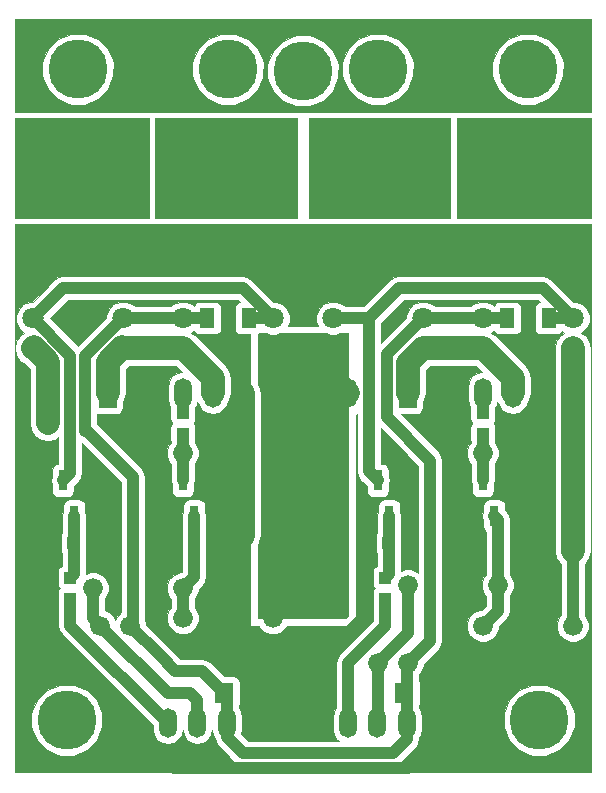
<source format=gbr>
G04 #@! TF.FileFunction,Copper,L2,Bot,Signal*
%FSLAX46Y46*%
G04 Gerber Fmt 4.6, Leading zero omitted, Abs format (unit mm)*
G04 Created by KiCad (PCBNEW 4.0.1-stable) date 2016/05/16 17:08:50*
%MOMM*%
G01*
G04 APERTURE LIST*
%ADD10C,0.100000*%
%ADD11C,2.500000*%
%ADD12C,5.000000*%
%ADD13R,1.300000X1.300000*%
%ADD14C,1.300000*%
%ADD15R,0.800100X1.800860*%
%ADD16R,1.300480X1.699260*%
%ADD17C,1.800000*%
%ADD18R,1.080000X1.050000*%
%ADD19R,1.050000X1.080000*%
%ADD20R,1.600000X1.800000*%
%ADD21O,1.500000X2.500000*%
%ADD22C,1.676400*%
%ADD23O,1.501140X2.499360*%
%ADD24R,1.501140X2.499360*%
%ADD25C,1.000000*%
%ADD26C,2.000000*%
%ADD27C,0.025400*%
G04 APERTURE END LIST*
D10*
D11*
X15240000Y-7493000D03*
X10160000Y-7493000D03*
D12*
X19050000Y127000D03*
X6350000Y127000D03*
D13*
X-2540000Y-40640000D03*
D14*
X-6340000Y-40640000D03*
D13*
X22860000Y-40640000D03*
D14*
X19060000Y-40640000D03*
D15*
X7300000Y-37696140D03*
X5400000Y-37696140D03*
X6350000Y-34693860D03*
D16*
X20800060Y-20955000D03*
X17299940Y-20955000D03*
D17*
X2540000Y-10795000D03*
X10160000Y-10795000D03*
X2540000Y-20955000D03*
X2540000Y-23495000D03*
X10160000Y-20955000D03*
X10160000Y-23495000D03*
X15240000Y-10795000D03*
X22860000Y-10795000D03*
X15240000Y-20955000D03*
X15240000Y-23495000D03*
X22860000Y-20955000D03*
X22860000Y-23495000D03*
D18*
X6985000Y-42940000D03*
X6985000Y-44690000D03*
X-19685000Y-42940000D03*
X-19685000Y-44690000D03*
D19*
X-19445000Y-40005000D03*
X-21195000Y-40005000D03*
D11*
X-10160000Y-7493000D03*
X-15240000Y-7493000D03*
D12*
X-6350000Y127000D03*
X-19050000Y127000D03*
D17*
X-22860000Y-10795000D03*
X-15240000Y-10795000D03*
X-22860000Y-20955000D03*
X-22860000Y-23495000D03*
X-15240000Y-20955000D03*
X-15240000Y-23495000D03*
X-10160000Y-10795000D03*
X-2540000Y-10795000D03*
X-10160000Y-20955000D03*
X-10160000Y-23495000D03*
X-2540000Y-20955000D03*
X-2540000Y-23495000D03*
D16*
X-4599940Y-20955000D03*
X-8100060Y-20955000D03*
D15*
X-19370000Y-37696140D03*
X-21270000Y-37696140D03*
X-20320000Y-34693860D03*
D19*
X7225000Y-40005000D03*
X5475000Y-40005000D03*
D20*
X8560000Y-52705000D03*
X11760000Y-52705000D03*
X-6680000Y-52705000D03*
X-3480000Y-52705000D03*
D21*
X3810000Y-55245000D03*
X6310000Y-55245000D03*
X8810000Y-55245000D03*
X11310000Y-55245000D03*
X-11430000Y-55245000D03*
X-8930000Y-55245000D03*
X-6430000Y-55245000D03*
X-3930000Y-55245000D03*
D15*
X16190000Y-37696140D03*
X14290000Y-37696140D03*
X15240000Y-34693860D03*
X-9210000Y-37696140D03*
X-11110000Y-37696140D03*
X-10160000Y-34693860D03*
D22*
X16510000Y-43561000D03*
X8890000Y-43561000D03*
X-10160000Y-43815000D03*
X-17780000Y-43815000D03*
X15240000Y-46990000D03*
X22860000Y-46990000D03*
X-10160000Y-46355000D03*
X-2540000Y-46355000D03*
X15240000Y-32385000D03*
X22860000Y-32385000D03*
X-10160000Y-32385000D03*
X-2540000Y-32385000D03*
D18*
X15240000Y-28970000D03*
X15240000Y-30720000D03*
X-10160000Y-28970000D03*
X-10160000Y-30720000D03*
D23*
X-7620000Y-27305000D03*
X-5080000Y-27305000D03*
X-10160000Y-27305000D03*
X17780000Y-27305000D03*
X20320000Y-27305000D03*
X15240000Y-27305000D03*
D24*
X-16510000Y-27305000D03*
D23*
X-21590000Y-27305000D03*
D24*
X8890000Y-27305000D03*
D23*
X3810000Y-27305000D03*
D22*
X-17145000Y-46990000D03*
X-14605000Y-46990000D03*
X6350000Y-50165000D03*
X8890000Y-50165000D03*
D12*
X20000000Y-55000000D03*
X-20000000Y-55000000D03*
X0Y0D03*
D17*
X20320000Y-34925000D03*
X-5080000Y-34925000D03*
X-21590000Y-29845000D03*
X-2540000Y-29845000D03*
X22860000Y-29845000D03*
X2540000Y-29845000D03*
D25*
X8560000Y-52705000D02*
X8810000Y-52955000D01*
X8810000Y-52955000D02*
X8810000Y-55245000D01*
X-8585000Y-50800000D02*
X-6430000Y-52955000D01*
X-6430000Y-52955000D02*
X-6430000Y-55245000D01*
X8890000Y-50165000D02*
X10795000Y-48260000D01*
X-6430000Y-55245000D02*
X-6350000Y-55165000D01*
X8810000Y-55245000D02*
X8810000Y-50245000D01*
X8810000Y-50245000D02*
X8890000Y-50165000D01*
X7112000Y-24003000D02*
X7112000Y-29337000D01*
X10160000Y-20955000D02*
X7112000Y-24003000D01*
X-6430000Y-55245000D02*
X-6430000Y-56435000D01*
X-6430000Y-56435000D02*
X-5080000Y-57785000D01*
X8810000Y-56595000D02*
X8810000Y-55245000D01*
X7620000Y-57785000D02*
X8810000Y-56595000D01*
X-5080000Y-57785000D02*
X7620000Y-57785000D01*
X-15240000Y-20955000D02*
X-18415000Y-24130000D01*
X-8100060Y-20955000D02*
X-10160000Y-20955000D01*
X-15240000Y-20955000D02*
X-10160000Y-20955000D01*
X15240000Y-20955000D02*
X17299940Y-20955000D01*
X10160000Y-20955000D02*
X15240000Y-20955000D01*
X-12382500Y-49212500D02*
X-11430000Y-50165000D01*
X-18415000Y-30353000D02*
X-14351000Y-34417000D01*
X-14351000Y-47244000D02*
X-12382500Y-49212500D01*
X-12382500Y-49212500D02*
X-10795000Y-50800000D01*
X-14351000Y-34417000D02*
X-14351000Y-42037000D01*
X-14351000Y-42037000D02*
X-14351000Y-47244000D01*
X-10795000Y-50800000D02*
X-8585000Y-50800000D01*
X10795000Y-48260000D02*
X10795000Y-44577000D01*
X7112000Y-29337000D02*
X10795000Y-33020000D01*
X-18415000Y-24130000D02*
X-18415000Y-30353000D01*
X-18415000Y-30353000D02*
X-18415000Y-30353000D01*
X-18415000Y-30353000D02*
X-18415000Y-30480000D01*
X10795000Y-44577000D02*
X10795000Y-33020000D01*
X5080000Y-46355000D02*
X5080000Y-38016140D01*
X5080000Y-38016140D02*
X5400000Y-37696140D01*
X-6350000Y-49530000D02*
X-6350000Y-49835000D01*
X-6350000Y-49835000D02*
X-6350000Y-49530000D01*
X-6340000Y-49845000D02*
X-6350000Y-49835000D01*
X-6340000Y-40640000D02*
X-6340000Y-49845000D01*
X-6350000Y-49835000D02*
X-3480000Y-52705000D01*
X-11110000Y-37696140D02*
X-12700000Y-39286140D01*
X-12700000Y-39286140D02*
X-12700000Y-46355000D01*
X-12700000Y-46355000D02*
X-10160000Y-48895000D01*
X-10160000Y-48895000D02*
X-7290000Y-48895000D01*
X-7290000Y-48895000D02*
X-6350000Y-49835000D01*
X-21195000Y-40005000D02*
X-21590000Y-40400000D01*
X-21590000Y-40400000D02*
X-21590000Y-48395000D01*
X11310000Y-56635000D02*
X11310000Y-55245000D01*
X8890000Y-59055000D02*
X11310000Y-56635000D01*
X-10930000Y-59055000D02*
X8890000Y-59055000D01*
X-21590000Y-48395000D02*
X-10930000Y-59055000D01*
X19060000Y-40640000D02*
X19060000Y-48885000D01*
X15240000Y-52705000D02*
X11760000Y-52705000D01*
X19060000Y-48885000D02*
X15240000Y-52705000D01*
X14290000Y-37696140D02*
X12700000Y-39286140D01*
X12700000Y-39286140D02*
X12700000Y-51765000D01*
X12700000Y-51765000D02*
X11760000Y-52705000D01*
X-1270000Y-52705000D02*
X-3480000Y-52705000D01*
X5080000Y-46355000D02*
X-1270000Y-52705000D01*
X-3930000Y-55245000D02*
X-3930000Y-53155000D01*
X-3930000Y-53155000D02*
X-3480000Y-52705000D01*
X11310000Y-55245000D02*
X11310000Y-53155000D01*
X11310000Y-53155000D02*
X11760000Y-52705000D01*
X5400000Y-39930000D02*
X5475000Y-40005000D01*
X-21270000Y-37696140D02*
X-21270000Y-39930000D01*
X-21270000Y-39930000D02*
X-21195000Y-40005000D01*
X19050000Y-40650000D02*
X19060000Y-40640000D01*
X-6350000Y-40650000D02*
X-6340000Y-40640000D01*
D26*
X19060000Y-40640000D02*
X20320000Y-39380000D01*
X20320000Y-39380000D02*
X20320000Y-34925000D01*
X-6340000Y-40640000D02*
X-5080000Y-39380000D01*
X-5080000Y-39380000D02*
X-5080000Y-34925000D01*
D25*
X20320000Y-29845000D02*
X20066000Y-29845000D01*
X20066000Y-29845000D02*
X20320000Y-29845000D01*
D26*
X20320000Y-27305000D02*
X20320000Y-29845000D01*
X20320000Y-29845000D02*
X20320000Y-34925000D01*
D25*
X-5080000Y-29845000D02*
X-4572000Y-29845000D01*
X-4572000Y-29845000D02*
X-5080000Y-29845000D01*
D26*
X-5080000Y-34925000D02*
X-5080000Y-29845000D01*
X-5080000Y-29845000D02*
X-5080000Y-27305000D01*
X-22792083Y-23427083D02*
X-22860000Y-23495000D01*
X-21590000Y-24629166D02*
X-22792083Y-23427083D01*
X-21590000Y-27305000D02*
X-21590000Y-24629166D01*
X-21590000Y-27305000D02*
X-21590000Y-29845000D01*
X-2540000Y-29845000D02*
X-2540000Y-32385000D01*
X0Y-29845000D02*
X-2540000Y-29845000D01*
X-2540000Y-29845000D02*
X-2540000Y-29845000D01*
D25*
X22860000Y-46990000D02*
X22860000Y-40640000D01*
X-2540000Y-46355000D02*
X-2540000Y-40640000D01*
D26*
X-2540000Y-40640000D02*
X-2540000Y-32385000D01*
X0Y-29845000D02*
X2540000Y-29845000D01*
X22860000Y-40640000D02*
X22860000Y-32385000D01*
X22860000Y-23495000D02*
X22860000Y-29845000D01*
X22860000Y-29845000D02*
X22860000Y-32385000D01*
X2540000Y-29845000D02*
X2540000Y-26035000D01*
X-2540000Y-23495000D02*
X2540000Y-23495000D01*
X2540000Y-26035000D02*
X3810000Y-27305000D01*
X2540000Y-23495000D02*
X2540000Y-26035000D01*
D25*
X6985000Y-44690000D02*
X6985000Y-46990000D01*
X3810000Y-50165000D02*
X3810000Y-55245000D01*
X6985000Y-46990000D02*
X3810000Y-50165000D01*
D26*
X15240000Y-10795000D02*
X15240000Y-7493000D01*
X15240000Y-10795000D02*
X22860000Y-10795000D01*
X10160000Y-7493000D02*
X10160000Y-10795000D01*
X2540000Y-10795000D02*
X10160000Y-10795000D01*
D25*
X7300000Y-37696140D02*
X7300000Y-42625000D01*
X7300000Y-42625000D02*
X6985000Y-42940000D01*
X7300000Y-37696140D02*
X7300000Y-39930000D01*
X7300000Y-39930000D02*
X7225000Y-40005000D01*
X-19370000Y-37696140D02*
X-19370000Y-42625000D01*
X-19370000Y-42625000D02*
X-19685000Y-42940000D01*
X-19370000Y-37696140D02*
X-19370000Y-39930000D01*
X-19370000Y-39930000D02*
X-19445000Y-40005000D01*
X5588000Y-30353000D02*
X5588000Y-33931860D01*
X5588000Y-20955000D02*
X5588000Y-30353000D01*
X5588000Y-33931860D02*
X6350000Y-34693860D01*
X5715000Y-20828000D02*
X5588000Y-20955000D01*
X5715000Y-20828000D02*
X8128000Y-18415000D01*
X2540000Y-20955000D02*
X5588000Y-20955000D01*
X20800060Y-20955000D02*
X22860000Y-20955000D01*
X20320000Y-18415000D02*
X22860000Y-20955000D01*
X8128000Y-18415000D02*
X20320000Y-18415000D01*
X-19685000Y-34058860D02*
X-20320000Y-34693860D01*
X-19685000Y-30480000D02*
X-19685000Y-34058860D01*
X-19685000Y-24130000D02*
X-19685000Y-30480000D01*
X-22860000Y-20955000D02*
X-19685000Y-24130000D01*
X-2540000Y-20955000D02*
X-5080000Y-18415000D01*
X-20320000Y-18415000D02*
X-22860000Y-20955000D01*
X-5080000Y-18415000D02*
X-20320000Y-18415000D01*
X-4599940Y-20955000D02*
X-2540000Y-20955000D01*
D26*
X8890000Y-27305000D02*
X8890000Y-24765000D01*
X8890000Y-24765000D02*
X10160000Y-23495000D01*
X15240000Y-23495000D02*
X17780000Y-26035000D01*
X17780000Y-26035000D02*
X17780000Y-27305000D01*
X10160000Y-23495000D02*
X12700000Y-23495000D01*
X12700000Y-23495000D02*
X15240000Y-23495000D01*
X-16510000Y-27305000D02*
X-16510000Y-24629166D01*
X-16510000Y-24629166D02*
X-15307917Y-23427083D01*
X-15307917Y-23427083D02*
X-15240000Y-23495000D01*
X-10160000Y-23495000D02*
X-7620000Y-26035000D01*
X-7620000Y-26035000D02*
X-7620000Y-27305000D01*
X-15240000Y-23495000D02*
X-10160000Y-23495000D01*
D25*
X-19685000Y-44690000D02*
X-19685000Y-46990000D01*
X-19685000Y-46990000D02*
X-11430000Y-55245000D01*
D26*
X-10160000Y-10795000D02*
X-10160000Y-7493000D01*
X-10160000Y-10795000D02*
X-2540000Y-10795000D01*
X-15240000Y-10795000D02*
X-15240000Y-7493000D01*
X-22860000Y-10795000D02*
X-15240000Y-10795000D01*
D25*
X15240000Y-28970000D02*
X15240000Y-27305000D01*
X-10160000Y-28970000D02*
X-10160000Y-27305000D01*
X-17145000Y-46990000D02*
X-11430000Y-52705000D01*
X-8930000Y-53300000D02*
X-8930000Y-55245000D01*
X-9525000Y-52705000D02*
X-8930000Y-53300000D01*
X-11430000Y-52705000D02*
X-9525000Y-52705000D01*
X-17780000Y-43815000D02*
X-17780000Y-46355000D01*
X-17780000Y-46355000D02*
X-17145000Y-46990000D01*
X-8930000Y-55245000D02*
X-8890000Y-55205000D01*
X6350000Y-50165000D02*
X8890000Y-47625000D01*
X8890000Y-47625000D02*
X8890000Y-43561000D01*
X6310000Y-55245000D02*
X6350000Y-55205000D01*
X6350000Y-55205000D02*
X6350000Y-50165000D01*
X16510000Y-43561000D02*
X16510000Y-45720000D01*
X16510000Y-45720000D02*
X15240000Y-46990000D01*
X16190000Y-37696140D02*
X16510000Y-38016140D01*
X16510000Y-38016140D02*
X16510000Y-43561000D01*
X15240000Y-34693860D02*
X15240000Y-32385000D01*
X15240000Y-32385000D02*
X15240000Y-30720000D01*
X-10160000Y-43815000D02*
X-9210000Y-42865000D01*
X-9210000Y-42865000D02*
X-9210000Y-37696140D01*
X-10160000Y-46355000D02*
X-10160000Y-43815000D01*
X-10160000Y-34693860D02*
X-10160000Y-32385000D01*
X-10160000Y-30720000D02*
X-10160000Y-32385000D01*
D27*
G36*
X-13012700Y-12487300D02*
X-24412300Y-12487300D01*
X-24412300Y-4012700D01*
X-13012700Y-4012700D01*
X-13012700Y-12487300D01*
X-13012700Y-12487300D01*
G37*
X-13012700Y-12487300D02*
X-24412300Y-12487300D01*
X-24412300Y-4012700D01*
X-13012700Y-4012700D01*
X-13012700Y-12487300D01*
G36*
X-512700Y-12487300D02*
X-12487300Y-12487300D01*
X-12487300Y-4012700D01*
X-512700Y-4012700D01*
X-512700Y-12487300D01*
X-512700Y-12487300D01*
G37*
X-512700Y-12487300D02*
X-12487300Y-12487300D01*
X-12487300Y-4012700D01*
X-512700Y-4012700D01*
X-512700Y-12487300D01*
G36*
X12487300Y-12487300D02*
X512700Y-12487300D01*
X512700Y-4012700D01*
X12487300Y-4012700D01*
X12487300Y-12487300D01*
X12487300Y-12487300D01*
G37*
X12487300Y-12487300D02*
X512700Y-12487300D01*
X512700Y-4012700D01*
X12487300Y-4012700D01*
X12487300Y-12487300D01*
G36*
X24412300Y-12487300D02*
X13012700Y-12487300D01*
X13012700Y-4012700D01*
X24412300Y-4012700D01*
X24412300Y-12487300D01*
X24412300Y-12487300D01*
G37*
X24412300Y-12487300D02*
X13012700Y-12487300D01*
X13012700Y-4012700D01*
X24412300Y-4012700D01*
X24412300Y-12487300D01*
G36*
X-2822236Y-22367454D02*
X-2260230Y-22367944D01*
X-1945014Y-22237700D01*
X1945282Y-22237700D01*
X2257764Y-22367454D01*
X2819770Y-22367944D01*
X3134986Y-22237700D01*
X3797300Y-22237700D01*
X3797300Y-46205526D01*
X3660526Y-46342300D01*
X-3797300Y-46342300D01*
X-3797300Y-40130775D01*
X-3682447Y-39958886D01*
X-3605165Y-39570360D01*
X-3567300Y-39380000D01*
X-3567300Y-29885219D01*
X-3559300Y-29845000D01*
X-3567300Y-29804781D01*
X-3567300Y-27305000D01*
X-3682447Y-26726115D01*
X-3797300Y-26554226D01*
X-3797300Y-22298698D01*
X-3759705Y-22291624D01*
X-3675905Y-22237700D01*
X-3134718Y-22237700D01*
X-2822236Y-22367454D01*
X-2822236Y-22367454D01*
G37*
X-2822236Y-22367454D02*
X-2260230Y-22367944D01*
X-1945014Y-22237700D01*
X1945282Y-22237700D01*
X2257764Y-22367454D01*
X2819770Y-22367944D01*
X3134986Y-22237700D01*
X3797300Y-22237700D01*
X3797300Y-46205526D01*
X3660526Y-46342300D01*
X-3797300Y-46342300D01*
X-3797300Y-40130775D01*
X-3682447Y-39958886D01*
X-3605165Y-39570360D01*
X-3567300Y-39380000D01*
X-3567300Y-29885219D01*
X-3559300Y-29845000D01*
X-3567300Y-29804781D01*
X-3567300Y-27305000D01*
X-3682447Y-26726115D01*
X-3797300Y-26554226D01*
X-3797300Y-22298698D01*
X-3759705Y-22291624D01*
X-3675905Y-22237700D01*
X-3134718Y-22237700D01*
X-2822236Y-22367454D01*
G36*
X24412300Y-3487300D02*
X-24412300Y-3487300D01*
X-24412300Y-469634D01*
X-22063222Y-469634D01*
X-21605532Y-1577328D01*
X-20758785Y-2425553D01*
X-19651892Y-2885176D01*
X-18453366Y-2886222D01*
X-17345672Y-2428532D01*
X-16497447Y-1581785D01*
X-16037824Y-474892D01*
X-16037820Y-469634D01*
X-9363222Y-469634D01*
X-8905532Y-1577328D01*
X-8058785Y-2425553D01*
X-6951892Y-2885176D01*
X-5753366Y-2886222D01*
X-4645672Y-2428532D01*
X-3797447Y-1581785D01*
X-3388376Y-596634D01*
X-3013222Y-596634D01*
X-2555532Y-1704328D01*
X-1708785Y-2552553D01*
X-601892Y-3012176D01*
X596634Y-3013222D01*
X1704328Y-2555532D01*
X2552553Y-1708785D01*
X3012176Y-601892D01*
X3012291Y-469634D01*
X3336778Y-469634D01*
X3794468Y-1577328D01*
X4641215Y-2425553D01*
X5748108Y-2885176D01*
X6946634Y-2886222D01*
X8054328Y-2428532D01*
X8902553Y-1581785D01*
X9362176Y-474892D01*
X9362180Y-469634D01*
X16036778Y-469634D01*
X16494468Y-1577328D01*
X17341215Y-2425553D01*
X18448108Y-2885176D01*
X19646634Y-2886222D01*
X20754328Y-2428532D01*
X21602553Y-1581785D01*
X22062176Y-474892D01*
X22063222Y723634D01*
X21605532Y1831328D01*
X20758785Y2679553D01*
X19651892Y3139176D01*
X18453366Y3140222D01*
X17345672Y2682532D01*
X16497447Y1835785D01*
X16037824Y728892D01*
X16036778Y-469634D01*
X9362180Y-469634D01*
X9363222Y723634D01*
X8905532Y1831328D01*
X8058785Y2679553D01*
X6951892Y3139176D01*
X5753366Y3140222D01*
X4645672Y2682532D01*
X3797447Y1835785D01*
X3337824Y728892D01*
X3336778Y-469634D01*
X3012291Y-469634D01*
X3013222Y596634D01*
X2555532Y1704328D01*
X1708785Y2552553D01*
X601892Y3012176D01*
X-596634Y3013222D01*
X-1704328Y2555532D01*
X-2552553Y1708785D01*
X-3012176Y601892D01*
X-3013222Y-596634D01*
X-3388376Y-596634D01*
X-3337824Y-474892D01*
X-3336778Y723634D01*
X-3794468Y1831328D01*
X-4641215Y2679553D01*
X-5748108Y3139176D01*
X-6946634Y3140222D01*
X-8054328Y2682532D01*
X-8902553Y1835785D01*
X-9362176Y728892D01*
X-9363222Y-469634D01*
X-16037820Y-469634D01*
X-16036778Y723634D01*
X-16494468Y1831328D01*
X-17341215Y2679553D01*
X-18448108Y3139176D01*
X-19646634Y3140222D01*
X-20754328Y2682532D01*
X-21602553Y1835785D01*
X-22062176Y728892D01*
X-22063222Y-469634D01*
X-24412300Y-469634D01*
X-24412300Y4412300D01*
X24412300Y4412300D01*
X24412300Y-3487300D01*
X24412300Y-3487300D01*
G37*
X24412300Y-3487300D02*
X-24412300Y-3487300D01*
X-24412300Y-469634D01*
X-22063222Y-469634D01*
X-21605532Y-1577328D01*
X-20758785Y-2425553D01*
X-19651892Y-2885176D01*
X-18453366Y-2886222D01*
X-17345672Y-2428532D01*
X-16497447Y-1581785D01*
X-16037824Y-474892D01*
X-16037820Y-469634D01*
X-9363222Y-469634D01*
X-8905532Y-1577328D01*
X-8058785Y-2425553D01*
X-6951892Y-2885176D01*
X-5753366Y-2886222D01*
X-4645672Y-2428532D01*
X-3797447Y-1581785D01*
X-3388376Y-596634D01*
X-3013222Y-596634D01*
X-2555532Y-1704328D01*
X-1708785Y-2552553D01*
X-601892Y-3012176D01*
X596634Y-3013222D01*
X1704328Y-2555532D01*
X2552553Y-1708785D01*
X3012176Y-601892D01*
X3012291Y-469634D01*
X3336778Y-469634D01*
X3794468Y-1577328D01*
X4641215Y-2425553D01*
X5748108Y-2885176D01*
X6946634Y-2886222D01*
X8054328Y-2428532D01*
X8902553Y-1581785D01*
X9362176Y-474892D01*
X9362180Y-469634D01*
X16036778Y-469634D01*
X16494468Y-1577328D01*
X17341215Y-2425553D01*
X18448108Y-2885176D01*
X19646634Y-2886222D01*
X20754328Y-2428532D01*
X21602553Y-1581785D01*
X22062176Y-474892D01*
X22063222Y723634D01*
X21605532Y1831328D01*
X20758785Y2679553D01*
X19651892Y3139176D01*
X18453366Y3140222D01*
X17345672Y2682532D01*
X16497447Y1835785D01*
X16037824Y728892D01*
X16036778Y-469634D01*
X9362180Y-469634D01*
X9363222Y723634D01*
X8905532Y1831328D01*
X8058785Y2679553D01*
X6951892Y3139176D01*
X5753366Y3140222D01*
X4645672Y2682532D01*
X3797447Y1835785D01*
X3337824Y728892D01*
X3336778Y-469634D01*
X3012291Y-469634D01*
X3013222Y596634D01*
X2555532Y1704328D01*
X1708785Y2552553D01*
X601892Y3012176D01*
X-596634Y3013222D01*
X-1704328Y2555532D01*
X-2552553Y1708785D01*
X-3012176Y601892D01*
X-3013222Y-596634D01*
X-3388376Y-596634D01*
X-3337824Y-474892D01*
X-3336778Y723634D01*
X-3794468Y1831328D01*
X-4641215Y2679553D01*
X-5748108Y3139176D01*
X-6946634Y3140222D01*
X-8054328Y2682532D01*
X-8902553Y1835785D01*
X-9362176Y728892D01*
X-9363222Y-469634D01*
X-16037820Y-469634D01*
X-16036778Y723634D01*
X-16494468Y1831328D01*
X-17341215Y2679553D01*
X-18448108Y3139176D01*
X-19646634Y3140222D01*
X-20754328Y2682532D01*
X-21602553Y1835785D01*
X-22062176Y728892D01*
X-22063222Y-469634D01*
X-24412300Y-469634D01*
X-24412300Y4412300D01*
X24412300Y4412300D01*
X24412300Y-3487300D01*
G36*
X24412300Y-59412300D02*
X-24412300Y-59412300D01*
X-24412300Y-55596634D01*
X-23013222Y-55596634D01*
X-22555532Y-56704328D01*
X-21708785Y-57552553D01*
X-20601892Y-58012176D01*
X-19403366Y-58013222D01*
X-18295672Y-57555532D01*
X-17447447Y-56708785D01*
X-16987824Y-55601892D01*
X-16986778Y-54403366D01*
X-17444468Y-53295672D01*
X-18291215Y-52447447D01*
X-19398108Y-51987824D01*
X-20596634Y-51986778D01*
X-21704328Y-52444468D01*
X-22552553Y-53291215D01*
X-23012176Y-54398108D01*
X-23013222Y-55596634D01*
X-24412300Y-55596634D01*
X-24412300Y-23495000D01*
X-24372699Y-23495000D01*
X-24257553Y-24073886D01*
X-23929640Y-24564640D01*
X-23520277Y-24838169D01*
X-23102700Y-25255746D01*
X-23102700Y-29845000D01*
X-22987553Y-30423885D01*
X-22659640Y-30914640D01*
X-22168885Y-31242553D01*
X-21590000Y-31357700D01*
X-21011115Y-31242553D01*
X-20697700Y-31033135D01*
X-20697700Y-33270686D01*
X-20720050Y-33270686D01*
X-20910045Y-33306436D01*
X-21084544Y-33418723D01*
X-21201609Y-33590053D01*
X-21242794Y-33793430D01*
X-21242794Y-34287132D01*
X-21255613Y-34306317D01*
X-21332700Y-34693860D01*
X-21255613Y-35081403D01*
X-21242794Y-35100588D01*
X-21242794Y-35594290D01*
X-21207044Y-35784285D01*
X-21094757Y-35958784D01*
X-20923427Y-36075849D01*
X-20720050Y-36117034D01*
X-19919950Y-36117034D01*
X-19729955Y-36081284D01*
X-19555456Y-35968997D01*
X-19438391Y-35797667D01*
X-19397206Y-35594290D01*
X-19397206Y-35203240D01*
X-18968913Y-34774947D01*
X-18749386Y-34446403D01*
X-18672300Y-34058860D01*
X-18672300Y-31527874D01*
X-15363700Y-34836474D01*
X-15363700Y-45841813D01*
X-15369224Y-45844095D01*
X-15749570Y-46223777D01*
X-15875054Y-46525977D01*
X-15999095Y-46225776D01*
X-16378777Y-45845430D01*
X-16767300Y-45684102D01*
X-16767300Y-44712863D01*
X-16635430Y-44581223D01*
X-16429335Y-44084890D01*
X-16428866Y-43547468D01*
X-16634095Y-43050776D01*
X-17013777Y-42670430D01*
X-17510110Y-42464335D01*
X-18047532Y-42463866D01*
X-18357300Y-42591860D01*
X-18357300Y-37696140D01*
X-18434387Y-37308596D01*
X-18447206Y-37289411D01*
X-18447206Y-36795710D01*
X-18482956Y-36605715D01*
X-18595243Y-36431216D01*
X-18766573Y-36314151D01*
X-18969950Y-36272966D01*
X-19770050Y-36272966D01*
X-19960045Y-36308716D01*
X-20134544Y-36421003D01*
X-20251609Y-36592333D01*
X-20292794Y-36795710D01*
X-20292794Y-37289411D01*
X-20305613Y-37308596D01*
X-20382700Y-37696140D01*
X-20382700Y-39160845D01*
X-20451559Y-39261623D01*
X-20492744Y-39465000D01*
X-20492744Y-40545000D01*
X-20456994Y-40734995D01*
X-20382700Y-40850451D01*
X-20382700Y-41921929D01*
X-20414995Y-41928006D01*
X-20589494Y-42040293D01*
X-20706559Y-42211623D01*
X-20747744Y-42415000D01*
X-20747744Y-43465000D01*
X-20711994Y-43654995D01*
X-20607744Y-43817003D01*
X-20706559Y-43961623D01*
X-20747744Y-44165000D01*
X-20747744Y-45215000D01*
X-20711994Y-45404995D01*
X-20697700Y-45427209D01*
X-20697700Y-46990000D01*
X-20620613Y-47377544D01*
X-20509448Y-47543913D01*
X-20401087Y-47706087D01*
X-12692700Y-55414474D01*
X-12692700Y-55779533D01*
X-12596583Y-56262747D01*
X-12322864Y-56672397D01*
X-11913214Y-56946116D01*
X-11430000Y-57042233D01*
X-10946786Y-56946116D01*
X-10537136Y-56672397D01*
X-10263417Y-56262747D01*
X-10180000Y-55843380D01*
X-10096583Y-56262747D01*
X-9822864Y-56672397D01*
X-9413214Y-56946116D01*
X-8930000Y-57042233D01*
X-8446786Y-56946116D01*
X-8037136Y-56672397D01*
X-7763417Y-56262747D01*
X-7680000Y-55843380D01*
X-7596583Y-56262747D01*
X-7426259Y-56517655D01*
X-7365613Y-56822544D01*
X-7258704Y-56982544D01*
X-7146087Y-57151087D01*
X-5796087Y-58501087D01*
X-5467544Y-58720613D01*
X-5080000Y-58797700D01*
X7620000Y-58797700D01*
X8007544Y-58720613D01*
X8336087Y-58501087D01*
X9526087Y-57311087D01*
X9632996Y-57151087D01*
X9745613Y-56982544D01*
X9822700Y-56595000D01*
X9822700Y-56493050D01*
X9976583Y-56262747D01*
X10072700Y-55779533D01*
X10072700Y-55596634D01*
X16986778Y-55596634D01*
X17444468Y-56704328D01*
X18291215Y-57552553D01*
X19398108Y-58012176D01*
X20596634Y-58013222D01*
X21704328Y-57555532D01*
X22552553Y-56708785D01*
X23012176Y-55601892D01*
X23013222Y-54403366D01*
X22555532Y-53295672D01*
X21708785Y-52447447D01*
X20601892Y-51987824D01*
X19403366Y-51986778D01*
X18295672Y-52444468D01*
X17447447Y-53291215D01*
X16987824Y-54398108D01*
X16986778Y-55596634D01*
X10072700Y-55596634D01*
X10072700Y-54710467D01*
X9976583Y-54227253D01*
X9822700Y-53996950D01*
X9822700Y-53835978D01*
X9841559Y-53808377D01*
X9882744Y-53605000D01*
X9882744Y-51805000D01*
X9846994Y-51615005D01*
X9822700Y-51577251D01*
X9822700Y-51142723D01*
X10034570Y-50931223D01*
X10240665Y-50434890D01*
X10240830Y-50246344D01*
X11511087Y-48976087D01*
X11612069Y-48824957D01*
X11730613Y-48647544D01*
X11807700Y-48260000D01*
X11807700Y-47257532D01*
X13888866Y-47257532D01*
X14094095Y-47754224D01*
X14473777Y-48134570D01*
X14970110Y-48340665D01*
X15507532Y-48341134D01*
X16004224Y-48135905D01*
X16384570Y-47756223D01*
X16590665Y-47259890D01*
X16590830Y-47071344D01*
X17226087Y-46436087D01*
X17280268Y-46355000D01*
X17445613Y-46107544D01*
X17522700Y-45720000D01*
X17522700Y-44458863D01*
X17654570Y-44327223D01*
X17860665Y-43830890D01*
X17861134Y-43293468D01*
X17655905Y-42796776D01*
X17522700Y-42663338D01*
X17522700Y-38016140D01*
X17445613Y-37628596D01*
X17226087Y-37300053D01*
X17112794Y-37186760D01*
X17112794Y-36795710D01*
X17077044Y-36605715D01*
X16964757Y-36431216D01*
X16793427Y-36314151D01*
X16590050Y-36272966D01*
X15789950Y-36272966D01*
X15599955Y-36308716D01*
X15425456Y-36421003D01*
X15308391Y-36592333D01*
X15267206Y-36795710D01*
X15267206Y-37289412D01*
X15254387Y-37308597D01*
X15177300Y-37696140D01*
X15254387Y-38083683D01*
X15267206Y-38102868D01*
X15267206Y-38596570D01*
X15302956Y-38786565D01*
X15415243Y-38961064D01*
X15497300Y-39017131D01*
X15497300Y-42663137D01*
X15365430Y-42794777D01*
X15159335Y-43291110D01*
X15158866Y-43828532D01*
X15364095Y-44325224D01*
X15497300Y-44458662D01*
X15497300Y-45300526D01*
X15158797Y-45639029D01*
X14972468Y-45638866D01*
X14475776Y-45844095D01*
X14095430Y-46223777D01*
X13889335Y-46720110D01*
X13888866Y-47257532D01*
X11807700Y-47257532D01*
X11807700Y-33020000D01*
X11787642Y-32919160D01*
X11730614Y-32632457D01*
X11511087Y-32303913D01*
X8284598Y-29077424D01*
X9640570Y-29077424D01*
X9830565Y-29041674D01*
X10005064Y-28929387D01*
X10122129Y-28758057D01*
X10163314Y-28554680D01*
X10163314Y-28069821D01*
X10287553Y-27883885D01*
X10402700Y-27305000D01*
X10402700Y-25391580D01*
X10786581Y-25007700D01*
X14613420Y-25007700D01*
X15134749Y-25529029D01*
X14756568Y-25604254D01*
X14346733Y-25878096D01*
X14072891Y-26287931D01*
X13976730Y-26771363D01*
X13976730Y-27838637D01*
X14072891Y-28322069D01*
X14177256Y-28478263D01*
X14177256Y-29495000D01*
X14213006Y-29684995D01*
X14317256Y-29847003D01*
X14218441Y-29991623D01*
X14177256Y-30195000D01*
X14177256Y-31245000D01*
X14213006Y-31434995D01*
X14227300Y-31457209D01*
X14227300Y-31487137D01*
X14095430Y-31618777D01*
X13889335Y-32115110D01*
X13888866Y-32652532D01*
X14094095Y-33149224D01*
X14227300Y-33282662D01*
X14227300Y-34693860D01*
X14304387Y-35081404D01*
X14317206Y-35100589D01*
X14317206Y-35594290D01*
X14352956Y-35784285D01*
X14465243Y-35958784D01*
X14636573Y-36075849D01*
X14839950Y-36117034D01*
X15640050Y-36117034D01*
X15830045Y-36081284D01*
X16004544Y-35968997D01*
X16121609Y-35797667D01*
X16162794Y-35594290D01*
X16162794Y-35100589D01*
X16175613Y-35081404D01*
X16252700Y-34693860D01*
X16252700Y-33282863D01*
X16384570Y-33151223D01*
X16590665Y-32654890D01*
X16591134Y-32117468D01*
X16385905Y-31620776D01*
X16252700Y-31487338D01*
X16252700Y-31461343D01*
X16261559Y-31448377D01*
X16302744Y-31245000D01*
X16302744Y-30195000D01*
X16266994Y-30005005D01*
X16162744Y-29842997D01*
X16261559Y-29698377D01*
X16302744Y-29495000D01*
X16302744Y-28478263D01*
X16407109Y-28322069D01*
X16468617Y-28012847D01*
X16586465Y-28189219D01*
X16612891Y-28322069D01*
X16886733Y-28731904D01*
X17296568Y-29005746D01*
X17780000Y-29101907D01*
X18263432Y-29005746D01*
X18673267Y-28731904D01*
X18947109Y-28322069D01*
X18973535Y-28189219D01*
X19177553Y-27883885D01*
X19292700Y-27305000D01*
X19292700Y-26035000D01*
X19177553Y-25456115D01*
X18968135Y-25142700D01*
X18849640Y-24965359D01*
X16309640Y-22425360D01*
X15954737Y-22188220D01*
X16039185Y-22153327D01*
X16176574Y-22016177D01*
X16274993Y-22169124D01*
X16446323Y-22286189D01*
X16649700Y-22327374D01*
X17950180Y-22327374D01*
X18140175Y-22291624D01*
X18314674Y-22179337D01*
X18431739Y-22008007D01*
X18472924Y-21804630D01*
X18472924Y-20105370D01*
X18437174Y-19915375D01*
X18324887Y-19740876D01*
X18153557Y-19623811D01*
X17950180Y-19582626D01*
X16649700Y-19582626D01*
X16459705Y-19618376D01*
X16285206Y-19730663D01*
X16174970Y-19891998D01*
X16041275Y-19758070D01*
X15522236Y-19542546D01*
X14960230Y-19542056D01*
X14440815Y-19756673D01*
X14254864Y-19942300D01*
X11145184Y-19942300D01*
X10961275Y-19758070D01*
X10442236Y-19542546D01*
X9880230Y-19542056D01*
X9360815Y-19756673D01*
X8963070Y-20153725D01*
X8747546Y-20672764D01*
X8747317Y-20935509D01*
X6600700Y-23082126D01*
X6600700Y-21374474D01*
X8547474Y-19427700D01*
X19900526Y-19427700D01*
X20070397Y-19597571D01*
X19959825Y-19618376D01*
X19785326Y-19730663D01*
X19668261Y-19901993D01*
X19627076Y-20105370D01*
X19627076Y-21804630D01*
X19662826Y-21994625D01*
X19775113Y-22169124D01*
X19946443Y-22286189D01*
X20149820Y-22327374D01*
X21450300Y-22327374D01*
X21640295Y-22291624D01*
X21814794Y-22179337D01*
X21925030Y-22018002D01*
X22058725Y-22151930D01*
X22145592Y-22188001D01*
X21790360Y-22425360D01*
X21462447Y-22916115D01*
X21347300Y-23495000D01*
X21347300Y-40640000D01*
X21462447Y-41218885D01*
X21790360Y-41709640D01*
X21847300Y-41747686D01*
X21847300Y-46092137D01*
X21715430Y-46223777D01*
X21509335Y-46720110D01*
X21508866Y-47257532D01*
X21714095Y-47754224D01*
X22093777Y-48134570D01*
X22590110Y-48340665D01*
X23127532Y-48341134D01*
X23624224Y-48135905D01*
X24004570Y-47756223D01*
X24210665Y-47259890D01*
X24211134Y-46722468D01*
X24005905Y-46225776D01*
X23872700Y-46092338D01*
X23872700Y-41747686D01*
X23929640Y-41709640D01*
X24257553Y-41218885D01*
X24372700Y-40640000D01*
X24372700Y-23495000D01*
X24257553Y-22916115D01*
X23929640Y-22425360D01*
X23574736Y-22188220D01*
X23659185Y-22153327D01*
X24056930Y-21756275D01*
X24272454Y-21237236D01*
X24272944Y-20675230D01*
X24058327Y-20155815D01*
X23661275Y-19758070D01*
X23142236Y-19542546D01*
X22879491Y-19542317D01*
X21036087Y-17698913D01*
X20707544Y-17479387D01*
X20320000Y-17402300D01*
X8128000Y-17402300D01*
X7740456Y-17479387D01*
X7411913Y-17698913D01*
X5168526Y-19942300D01*
X3525184Y-19942300D01*
X3341275Y-19758070D01*
X2822236Y-19542546D01*
X2260230Y-19542056D01*
X1740815Y-19756673D01*
X1343070Y-20153725D01*
X1127546Y-20672764D01*
X1127056Y-21234770D01*
X1268586Y-21577300D01*
X-1268753Y-21577300D01*
X-1127546Y-21237236D01*
X-1127056Y-20675230D01*
X-1341673Y-20155815D01*
X-1738725Y-19758070D01*
X-2257764Y-19542546D01*
X-2520509Y-19542317D01*
X-4363913Y-17698913D01*
X-4692456Y-17479387D01*
X-5080000Y-17402300D01*
X-20320000Y-17402300D01*
X-20707544Y-17479387D01*
X-21036087Y-17698913D01*
X-22879457Y-19542283D01*
X-23139770Y-19542056D01*
X-23659185Y-19756673D01*
X-24056930Y-20153725D01*
X-24272454Y-20672764D01*
X-24272944Y-21234770D01*
X-24058327Y-21754185D01*
X-23661275Y-22151930D01*
X-23595209Y-22179363D01*
X-23861724Y-22357443D01*
X-23929640Y-22425360D01*
X-24257553Y-22916114D01*
X-24372699Y-23495000D01*
X-24412300Y-23495000D01*
X-24412300Y-13012700D01*
X24412300Y-13012700D01*
X24412300Y-59412300D01*
X24412300Y-59412300D01*
G37*
X24412300Y-59412300D02*
X-24412300Y-59412300D01*
X-24412300Y-55596634D01*
X-23013222Y-55596634D01*
X-22555532Y-56704328D01*
X-21708785Y-57552553D01*
X-20601892Y-58012176D01*
X-19403366Y-58013222D01*
X-18295672Y-57555532D01*
X-17447447Y-56708785D01*
X-16987824Y-55601892D01*
X-16986778Y-54403366D01*
X-17444468Y-53295672D01*
X-18291215Y-52447447D01*
X-19398108Y-51987824D01*
X-20596634Y-51986778D01*
X-21704328Y-52444468D01*
X-22552553Y-53291215D01*
X-23012176Y-54398108D01*
X-23013222Y-55596634D01*
X-24412300Y-55596634D01*
X-24412300Y-23495000D01*
X-24372699Y-23495000D01*
X-24257553Y-24073886D01*
X-23929640Y-24564640D01*
X-23520277Y-24838169D01*
X-23102700Y-25255746D01*
X-23102700Y-29845000D01*
X-22987553Y-30423885D01*
X-22659640Y-30914640D01*
X-22168885Y-31242553D01*
X-21590000Y-31357700D01*
X-21011115Y-31242553D01*
X-20697700Y-31033135D01*
X-20697700Y-33270686D01*
X-20720050Y-33270686D01*
X-20910045Y-33306436D01*
X-21084544Y-33418723D01*
X-21201609Y-33590053D01*
X-21242794Y-33793430D01*
X-21242794Y-34287132D01*
X-21255613Y-34306317D01*
X-21332700Y-34693860D01*
X-21255613Y-35081403D01*
X-21242794Y-35100588D01*
X-21242794Y-35594290D01*
X-21207044Y-35784285D01*
X-21094757Y-35958784D01*
X-20923427Y-36075849D01*
X-20720050Y-36117034D01*
X-19919950Y-36117034D01*
X-19729955Y-36081284D01*
X-19555456Y-35968997D01*
X-19438391Y-35797667D01*
X-19397206Y-35594290D01*
X-19397206Y-35203240D01*
X-18968913Y-34774947D01*
X-18749386Y-34446403D01*
X-18672300Y-34058860D01*
X-18672300Y-31527874D01*
X-15363700Y-34836474D01*
X-15363700Y-45841813D01*
X-15369224Y-45844095D01*
X-15749570Y-46223777D01*
X-15875054Y-46525977D01*
X-15999095Y-46225776D01*
X-16378777Y-45845430D01*
X-16767300Y-45684102D01*
X-16767300Y-44712863D01*
X-16635430Y-44581223D01*
X-16429335Y-44084890D01*
X-16428866Y-43547468D01*
X-16634095Y-43050776D01*
X-17013777Y-42670430D01*
X-17510110Y-42464335D01*
X-18047532Y-42463866D01*
X-18357300Y-42591860D01*
X-18357300Y-37696140D01*
X-18434387Y-37308596D01*
X-18447206Y-37289411D01*
X-18447206Y-36795710D01*
X-18482956Y-36605715D01*
X-18595243Y-36431216D01*
X-18766573Y-36314151D01*
X-18969950Y-36272966D01*
X-19770050Y-36272966D01*
X-19960045Y-36308716D01*
X-20134544Y-36421003D01*
X-20251609Y-36592333D01*
X-20292794Y-36795710D01*
X-20292794Y-37289411D01*
X-20305613Y-37308596D01*
X-20382700Y-37696140D01*
X-20382700Y-39160845D01*
X-20451559Y-39261623D01*
X-20492744Y-39465000D01*
X-20492744Y-40545000D01*
X-20456994Y-40734995D01*
X-20382700Y-40850451D01*
X-20382700Y-41921929D01*
X-20414995Y-41928006D01*
X-20589494Y-42040293D01*
X-20706559Y-42211623D01*
X-20747744Y-42415000D01*
X-20747744Y-43465000D01*
X-20711994Y-43654995D01*
X-20607744Y-43817003D01*
X-20706559Y-43961623D01*
X-20747744Y-44165000D01*
X-20747744Y-45215000D01*
X-20711994Y-45404995D01*
X-20697700Y-45427209D01*
X-20697700Y-46990000D01*
X-20620613Y-47377544D01*
X-20509448Y-47543913D01*
X-20401087Y-47706087D01*
X-12692700Y-55414474D01*
X-12692700Y-55779533D01*
X-12596583Y-56262747D01*
X-12322864Y-56672397D01*
X-11913214Y-56946116D01*
X-11430000Y-57042233D01*
X-10946786Y-56946116D01*
X-10537136Y-56672397D01*
X-10263417Y-56262747D01*
X-10180000Y-55843380D01*
X-10096583Y-56262747D01*
X-9822864Y-56672397D01*
X-9413214Y-56946116D01*
X-8930000Y-57042233D01*
X-8446786Y-56946116D01*
X-8037136Y-56672397D01*
X-7763417Y-56262747D01*
X-7680000Y-55843380D01*
X-7596583Y-56262747D01*
X-7426259Y-56517655D01*
X-7365613Y-56822544D01*
X-7258704Y-56982544D01*
X-7146087Y-57151087D01*
X-5796087Y-58501087D01*
X-5467544Y-58720613D01*
X-5080000Y-58797700D01*
X7620000Y-58797700D01*
X8007544Y-58720613D01*
X8336087Y-58501087D01*
X9526087Y-57311087D01*
X9632996Y-57151087D01*
X9745613Y-56982544D01*
X9822700Y-56595000D01*
X9822700Y-56493050D01*
X9976583Y-56262747D01*
X10072700Y-55779533D01*
X10072700Y-55596634D01*
X16986778Y-55596634D01*
X17444468Y-56704328D01*
X18291215Y-57552553D01*
X19398108Y-58012176D01*
X20596634Y-58013222D01*
X21704328Y-57555532D01*
X22552553Y-56708785D01*
X23012176Y-55601892D01*
X23013222Y-54403366D01*
X22555532Y-53295672D01*
X21708785Y-52447447D01*
X20601892Y-51987824D01*
X19403366Y-51986778D01*
X18295672Y-52444468D01*
X17447447Y-53291215D01*
X16987824Y-54398108D01*
X16986778Y-55596634D01*
X10072700Y-55596634D01*
X10072700Y-54710467D01*
X9976583Y-54227253D01*
X9822700Y-53996950D01*
X9822700Y-53835978D01*
X9841559Y-53808377D01*
X9882744Y-53605000D01*
X9882744Y-51805000D01*
X9846994Y-51615005D01*
X9822700Y-51577251D01*
X9822700Y-51142723D01*
X10034570Y-50931223D01*
X10240665Y-50434890D01*
X10240830Y-50246344D01*
X11511087Y-48976087D01*
X11612069Y-48824957D01*
X11730613Y-48647544D01*
X11807700Y-48260000D01*
X11807700Y-47257532D01*
X13888866Y-47257532D01*
X14094095Y-47754224D01*
X14473777Y-48134570D01*
X14970110Y-48340665D01*
X15507532Y-48341134D01*
X16004224Y-48135905D01*
X16384570Y-47756223D01*
X16590665Y-47259890D01*
X16590830Y-47071344D01*
X17226087Y-46436087D01*
X17280268Y-46355000D01*
X17445613Y-46107544D01*
X17522700Y-45720000D01*
X17522700Y-44458863D01*
X17654570Y-44327223D01*
X17860665Y-43830890D01*
X17861134Y-43293468D01*
X17655905Y-42796776D01*
X17522700Y-42663338D01*
X17522700Y-38016140D01*
X17445613Y-37628596D01*
X17226087Y-37300053D01*
X17112794Y-37186760D01*
X17112794Y-36795710D01*
X17077044Y-36605715D01*
X16964757Y-36431216D01*
X16793427Y-36314151D01*
X16590050Y-36272966D01*
X15789950Y-36272966D01*
X15599955Y-36308716D01*
X15425456Y-36421003D01*
X15308391Y-36592333D01*
X15267206Y-36795710D01*
X15267206Y-37289412D01*
X15254387Y-37308597D01*
X15177300Y-37696140D01*
X15254387Y-38083683D01*
X15267206Y-38102868D01*
X15267206Y-38596570D01*
X15302956Y-38786565D01*
X15415243Y-38961064D01*
X15497300Y-39017131D01*
X15497300Y-42663137D01*
X15365430Y-42794777D01*
X15159335Y-43291110D01*
X15158866Y-43828532D01*
X15364095Y-44325224D01*
X15497300Y-44458662D01*
X15497300Y-45300526D01*
X15158797Y-45639029D01*
X14972468Y-45638866D01*
X14475776Y-45844095D01*
X14095430Y-46223777D01*
X13889335Y-46720110D01*
X13888866Y-47257532D01*
X11807700Y-47257532D01*
X11807700Y-33020000D01*
X11787642Y-32919160D01*
X11730614Y-32632457D01*
X11511087Y-32303913D01*
X8284598Y-29077424D01*
X9640570Y-29077424D01*
X9830565Y-29041674D01*
X10005064Y-28929387D01*
X10122129Y-28758057D01*
X10163314Y-28554680D01*
X10163314Y-28069821D01*
X10287553Y-27883885D01*
X10402700Y-27305000D01*
X10402700Y-25391580D01*
X10786581Y-25007700D01*
X14613420Y-25007700D01*
X15134749Y-25529029D01*
X14756568Y-25604254D01*
X14346733Y-25878096D01*
X14072891Y-26287931D01*
X13976730Y-26771363D01*
X13976730Y-27838637D01*
X14072891Y-28322069D01*
X14177256Y-28478263D01*
X14177256Y-29495000D01*
X14213006Y-29684995D01*
X14317256Y-29847003D01*
X14218441Y-29991623D01*
X14177256Y-30195000D01*
X14177256Y-31245000D01*
X14213006Y-31434995D01*
X14227300Y-31457209D01*
X14227300Y-31487137D01*
X14095430Y-31618777D01*
X13889335Y-32115110D01*
X13888866Y-32652532D01*
X14094095Y-33149224D01*
X14227300Y-33282662D01*
X14227300Y-34693860D01*
X14304387Y-35081404D01*
X14317206Y-35100589D01*
X14317206Y-35594290D01*
X14352956Y-35784285D01*
X14465243Y-35958784D01*
X14636573Y-36075849D01*
X14839950Y-36117034D01*
X15640050Y-36117034D01*
X15830045Y-36081284D01*
X16004544Y-35968997D01*
X16121609Y-35797667D01*
X16162794Y-35594290D01*
X16162794Y-35100589D01*
X16175613Y-35081404D01*
X16252700Y-34693860D01*
X16252700Y-33282863D01*
X16384570Y-33151223D01*
X16590665Y-32654890D01*
X16591134Y-32117468D01*
X16385905Y-31620776D01*
X16252700Y-31487338D01*
X16252700Y-31461343D01*
X16261559Y-31448377D01*
X16302744Y-31245000D01*
X16302744Y-30195000D01*
X16266994Y-30005005D01*
X16162744Y-29842997D01*
X16261559Y-29698377D01*
X16302744Y-29495000D01*
X16302744Y-28478263D01*
X16407109Y-28322069D01*
X16468617Y-28012847D01*
X16586465Y-28189219D01*
X16612891Y-28322069D01*
X16886733Y-28731904D01*
X17296568Y-29005746D01*
X17780000Y-29101907D01*
X18263432Y-29005746D01*
X18673267Y-28731904D01*
X18947109Y-28322069D01*
X18973535Y-28189219D01*
X19177553Y-27883885D01*
X19292700Y-27305000D01*
X19292700Y-26035000D01*
X19177553Y-25456115D01*
X18968135Y-25142700D01*
X18849640Y-24965359D01*
X16309640Y-22425360D01*
X15954737Y-22188220D01*
X16039185Y-22153327D01*
X16176574Y-22016177D01*
X16274993Y-22169124D01*
X16446323Y-22286189D01*
X16649700Y-22327374D01*
X17950180Y-22327374D01*
X18140175Y-22291624D01*
X18314674Y-22179337D01*
X18431739Y-22008007D01*
X18472924Y-21804630D01*
X18472924Y-20105370D01*
X18437174Y-19915375D01*
X18324887Y-19740876D01*
X18153557Y-19623811D01*
X17950180Y-19582626D01*
X16649700Y-19582626D01*
X16459705Y-19618376D01*
X16285206Y-19730663D01*
X16174970Y-19891998D01*
X16041275Y-19758070D01*
X15522236Y-19542546D01*
X14960230Y-19542056D01*
X14440815Y-19756673D01*
X14254864Y-19942300D01*
X11145184Y-19942300D01*
X10961275Y-19758070D01*
X10442236Y-19542546D01*
X9880230Y-19542056D01*
X9360815Y-19756673D01*
X8963070Y-20153725D01*
X8747546Y-20672764D01*
X8747317Y-20935509D01*
X6600700Y-23082126D01*
X6600700Y-21374474D01*
X8547474Y-19427700D01*
X19900526Y-19427700D01*
X20070397Y-19597571D01*
X19959825Y-19618376D01*
X19785326Y-19730663D01*
X19668261Y-19901993D01*
X19627076Y-20105370D01*
X19627076Y-21804630D01*
X19662826Y-21994625D01*
X19775113Y-22169124D01*
X19946443Y-22286189D01*
X20149820Y-22327374D01*
X21450300Y-22327374D01*
X21640295Y-22291624D01*
X21814794Y-22179337D01*
X21925030Y-22018002D01*
X22058725Y-22151930D01*
X22145592Y-22188001D01*
X21790360Y-22425360D01*
X21462447Y-22916115D01*
X21347300Y-23495000D01*
X21347300Y-40640000D01*
X21462447Y-41218885D01*
X21790360Y-41709640D01*
X21847300Y-41747686D01*
X21847300Y-46092137D01*
X21715430Y-46223777D01*
X21509335Y-46720110D01*
X21508866Y-47257532D01*
X21714095Y-47754224D01*
X22093777Y-48134570D01*
X22590110Y-48340665D01*
X23127532Y-48341134D01*
X23624224Y-48135905D01*
X24004570Y-47756223D01*
X24210665Y-47259890D01*
X24211134Y-46722468D01*
X24005905Y-46225776D01*
X23872700Y-46092338D01*
X23872700Y-41747686D01*
X23929640Y-41709640D01*
X24257553Y-41218885D01*
X24372700Y-40640000D01*
X24372700Y-23495000D01*
X24257553Y-22916115D01*
X23929640Y-22425360D01*
X23574736Y-22188220D01*
X23659185Y-22153327D01*
X24056930Y-21756275D01*
X24272454Y-21237236D01*
X24272944Y-20675230D01*
X24058327Y-20155815D01*
X23661275Y-19758070D01*
X23142236Y-19542546D01*
X22879491Y-19542317D01*
X21036087Y-17698913D01*
X20707544Y-17479387D01*
X20320000Y-17402300D01*
X8128000Y-17402300D01*
X7740456Y-17479387D01*
X7411913Y-17698913D01*
X5168526Y-19942300D01*
X3525184Y-19942300D01*
X3341275Y-19758070D01*
X2822236Y-19542546D01*
X2260230Y-19542056D01*
X1740815Y-19756673D01*
X1343070Y-20153725D01*
X1127546Y-20672764D01*
X1127056Y-21234770D01*
X1268586Y-21577300D01*
X-1268753Y-21577300D01*
X-1127546Y-21237236D01*
X-1127056Y-20675230D01*
X-1341673Y-20155815D01*
X-1738725Y-19758070D01*
X-2257764Y-19542546D01*
X-2520509Y-19542317D01*
X-4363913Y-17698913D01*
X-4692456Y-17479387D01*
X-5080000Y-17402300D01*
X-20320000Y-17402300D01*
X-20707544Y-17479387D01*
X-21036087Y-17698913D01*
X-22879457Y-19542283D01*
X-23139770Y-19542056D01*
X-23659185Y-19756673D01*
X-24056930Y-20153725D01*
X-24272454Y-20672764D01*
X-24272944Y-21234770D01*
X-24058327Y-21754185D01*
X-23661275Y-22151930D01*
X-23595209Y-22179363D01*
X-23861724Y-22357443D01*
X-23929640Y-22425360D01*
X-24257553Y-22916114D01*
X-24372699Y-23495000D01*
X-24412300Y-23495000D01*
X-24412300Y-13012700D01*
X24412300Y-13012700D01*
X24412300Y-59412300D01*
G36*
X-5329603Y-19597571D02*
X-5440175Y-19618376D01*
X-5614674Y-19730663D01*
X-5731739Y-19901993D01*
X-5772924Y-20105370D01*
X-5772924Y-21804630D01*
X-5737174Y-21994625D01*
X-5624887Y-22169124D01*
X-5453557Y-22286189D01*
X-5250180Y-22327374D01*
X-4457700Y-22327374D01*
X-4457700Y-46990000D01*
X-4456699Y-46994941D01*
X-4453855Y-46999103D01*
X-4449616Y-47001831D01*
X-4445000Y-47002700D01*
X-3734052Y-47002700D01*
X-3685905Y-47119224D01*
X-3306223Y-47499570D01*
X-2809890Y-47705665D01*
X-2272468Y-47706134D01*
X-1775776Y-47500905D01*
X-1395430Y-47121223D01*
X-1346215Y-47002700D01*
X4445000Y-47002700D01*
X4449941Y-47001699D01*
X4454103Y-46998855D01*
X4456831Y-46994616D01*
X4457700Y-46990000D01*
X4457700Y-29215260D01*
X4575300Y-29097660D01*
X4575300Y-33931860D01*
X4652387Y-34319404D01*
X4737246Y-34446404D01*
X4871913Y-34647947D01*
X5427206Y-35203240D01*
X5427206Y-35594290D01*
X5462956Y-35784285D01*
X5575243Y-35958784D01*
X5746573Y-36075849D01*
X5949950Y-36117034D01*
X6750050Y-36117034D01*
X6940045Y-36081284D01*
X7114544Y-35968997D01*
X7231609Y-35797667D01*
X7272794Y-35594290D01*
X7272794Y-35100588D01*
X7285613Y-35081403D01*
X7362700Y-34693860D01*
X7285613Y-34306317D01*
X7272794Y-34287132D01*
X7272794Y-33793430D01*
X7237044Y-33603435D01*
X7124757Y-33428936D01*
X6953427Y-33311871D01*
X6750050Y-33270686D01*
X6600700Y-33270686D01*
X6600700Y-30257874D01*
X9782300Y-33439474D01*
X9782300Y-42542727D01*
X9656223Y-42416430D01*
X9159890Y-42210335D01*
X8622468Y-42209866D01*
X8312700Y-42337860D01*
X8312700Y-37696140D01*
X8235613Y-37308596D01*
X8222794Y-37289411D01*
X8222794Y-36795710D01*
X8187044Y-36605715D01*
X8074757Y-36431216D01*
X7903427Y-36314151D01*
X7700050Y-36272966D01*
X6899950Y-36272966D01*
X6709955Y-36308716D01*
X6535456Y-36421003D01*
X6418391Y-36592333D01*
X6377206Y-36795710D01*
X6377206Y-37289411D01*
X6364387Y-37308596D01*
X6287300Y-37696140D01*
X6287300Y-39160845D01*
X6218441Y-39261623D01*
X6177256Y-39465000D01*
X6177256Y-40545000D01*
X6213006Y-40734995D01*
X6287300Y-40850451D01*
X6287300Y-41921929D01*
X6255005Y-41928006D01*
X6080506Y-42040293D01*
X5963441Y-42211623D01*
X5922256Y-42415000D01*
X5922256Y-43465000D01*
X5958006Y-43654995D01*
X6062256Y-43817003D01*
X5963441Y-43961623D01*
X5922256Y-44165000D01*
X5922256Y-45215000D01*
X5958006Y-45404995D01*
X5972300Y-45427209D01*
X5972300Y-46570526D01*
X3093913Y-49448913D01*
X2874387Y-49777456D01*
X2797300Y-50165000D01*
X2797300Y-53996950D01*
X2643417Y-54227253D01*
X2547300Y-54710467D01*
X2547300Y-55779533D01*
X2643417Y-56262747D01*
X2917136Y-56672397D01*
X3066652Y-56772300D01*
X-4660526Y-56772300D01*
X-5247931Y-56184895D01*
X-5167300Y-55779533D01*
X-5167300Y-54710467D01*
X-5263417Y-54227253D01*
X-5417300Y-53996950D01*
X-5417300Y-53835978D01*
X-5398441Y-53808377D01*
X-5357256Y-53605000D01*
X-5357256Y-51805000D01*
X-5393006Y-51615005D01*
X-5505293Y-51440506D01*
X-5676623Y-51323441D01*
X-5880000Y-51282256D01*
X-6670570Y-51282256D01*
X-7868913Y-50083913D01*
X-8197456Y-49864387D01*
X-8585000Y-49787300D01*
X-10375526Y-49787300D01*
X-13254029Y-46908797D01*
X-13253866Y-46722468D01*
X-13338300Y-46518122D01*
X-13338300Y-44082532D01*
X-11511134Y-44082532D01*
X-11305905Y-44579224D01*
X-11172700Y-44712662D01*
X-11172700Y-45457137D01*
X-11304570Y-45588777D01*
X-11510665Y-46085110D01*
X-11511134Y-46622532D01*
X-11305905Y-47119224D01*
X-10926223Y-47499570D01*
X-10429890Y-47705665D01*
X-9892468Y-47706134D01*
X-9395776Y-47500905D01*
X-9015430Y-47121223D01*
X-8809335Y-46624890D01*
X-8808866Y-46087468D01*
X-9014095Y-45590776D01*
X-9147300Y-45457338D01*
X-9147300Y-44712863D01*
X-9015430Y-44581223D01*
X-8809335Y-44084890D01*
X-8809170Y-43896344D01*
X-8493913Y-43581087D01*
X-8480233Y-43560613D01*
X-8274387Y-43252544D01*
X-8197300Y-42865000D01*
X-8197300Y-37696140D01*
X-8274387Y-37308596D01*
X-8287206Y-37289411D01*
X-8287206Y-36795710D01*
X-8322956Y-36605715D01*
X-8435243Y-36431216D01*
X-8606573Y-36314151D01*
X-8809950Y-36272966D01*
X-9610050Y-36272966D01*
X-9800045Y-36308716D01*
X-9974544Y-36421003D01*
X-10091609Y-36592333D01*
X-10132794Y-36795710D01*
X-10132794Y-37289411D01*
X-10145613Y-37308596D01*
X-10222700Y-37696140D01*
X-10222700Y-42445526D01*
X-10241203Y-42464029D01*
X-10427532Y-42463866D01*
X-10924224Y-42669095D01*
X-11304570Y-43048777D01*
X-11510665Y-43545110D01*
X-11511134Y-44082532D01*
X-13338300Y-44082532D01*
X-13338300Y-34417000D01*
X-13415387Y-34029456D01*
X-13634913Y-33700913D01*
X-17402300Y-29933526D01*
X-17402300Y-29048723D01*
X-17260570Y-29077424D01*
X-15759430Y-29077424D01*
X-15569435Y-29041674D01*
X-15394936Y-28929387D01*
X-15277871Y-28758057D01*
X-15236686Y-28554680D01*
X-15236686Y-28069821D01*
X-15112447Y-27883885D01*
X-14997300Y-27305000D01*
X-14997300Y-25255746D01*
X-14749254Y-25007700D01*
X-10786580Y-25007700D01*
X-10265251Y-25529029D01*
X-10643432Y-25604254D01*
X-11053267Y-25878096D01*
X-11327109Y-26287931D01*
X-11423270Y-26771363D01*
X-11423270Y-27838637D01*
X-11327109Y-28322069D01*
X-11222744Y-28478263D01*
X-11222744Y-29495000D01*
X-11186994Y-29684995D01*
X-11082744Y-29847003D01*
X-11181559Y-29991623D01*
X-11222744Y-30195000D01*
X-11222744Y-31245000D01*
X-11186994Y-31434995D01*
X-11172700Y-31457209D01*
X-11172700Y-31487137D01*
X-11304570Y-31618777D01*
X-11510665Y-32115110D01*
X-11511134Y-32652532D01*
X-11305905Y-33149224D01*
X-11172700Y-33282662D01*
X-11172700Y-34693860D01*
X-11095613Y-35081404D01*
X-11082794Y-35100589D01*
X-11082794Y-35594290D01*
X-11047044Y-35784285D01*
X-10934757Y-35958784D01*
X-10763427Y-36075849D01*
X-10560050Y-36117034D01*
X-9759950Y-36117034D01*
X-9569955Y-36081284D01*
X-9395456Y-35968997D01*
X-9278391Y-35797667D01*
X-9237206Y-35594290D01*
X-9237206Y-35100589D01*
X-9224387Y-35081404D01*
X-9147300Y-34693860D01*
X-9147300Y-33282863D01*
X-9015430Y-33151223D01*
X-8809335Y-32654890D01*
X-8808866Y-32117468D01*
X-9014095Y-31620776D01*
X-9147300Y-31487338D01*
X-9147300Y-31461343D01*
X-9138441Y-31448377D01*
X-9097256Y-31245000D01*
X-9097256Y-30195000D01*
X-9133006Y-30005005D01*
X-9237256Y-29842997D01*
X-9138441Y-29698377D01*
X-9097256Y-29495000D01*
X-9097256Y-28478263D01*
X-8992891Y-28322069D01*
X-8931383Y-28012847D01*
X-8813535Y-28189219D01*
X-8787109Y-28322069D01*
X-8513267Y-28731904D01*
X-8103432Y-29005746D01*
X-7620000Y-29101907D01*
X-7136568Y-29005746D01*
X-6726733Y-28731904D01*
X-6452891Y-28322069D01*
X-6426465Y-28189219D01*
X-6222447Y-27883885D01*
X-6107300Y-27305000D01*
X-6107300Y-26035000D01*
X-6222447Y-25456115D01*
X-6431865Y-25142700D01*
X-6550360Y-24965359D01*
X-9090360Y-22425360D01*
X-9445263Y-22188220D01*
X-9360815Y-22153327D01*
X-9223426Y-22016177D01*
X-9125007Y-22169124D01*
X-8953677Y-22286189D01*
X-8750300Y-22327374D01*
X-7449820Y-22327374D01*
X-7259825Y-22291624D01*
X-7085326Y-22179337D01*
X-6968261Y-22008007D01*
X-6927076Y-21804630D01*
X-6927076Y-20105370D01*
X-6962826Y-19915375D01*
X-7075113Y-19740876D01*
X-7246443Y-19623811D01*
X-7449820Y-19582626D01*
X-8750300Y-19582626D01*
X-8940295Y-19618376D01*
X-9114794Y-19730663D01*
X-9225030Y-19891998D01*
X-9358725Y-19758070D01*
X-9877764Y-19542546D01*
X-10439770Y-19542056D01*
X-10959185Y-19756673D01*
X-11145136Y-19942300D01*
X-14254816Y-19942300D01*
X-14438725Y-19758070D01*
X-14957764Y-19542546D01*
X-15519770Y-19542056D01*
X-16039185Y-19756673D01*
X-16436930Y-20153725D01*
X-16652454Y-20672764D01*
X-16652683Y-20935509D01*
X-19050000Y-23332826D01*
X-21427826Y-20955000D01*
X-19900526Y-19427700D01*
X-5499474Y-19427700D01*
X-5329603Y-19597571D01*
X-5329603Y-19597571D01*
G37*
X-5329603Y-19597571D02*
X-5440175Y-19618376D01*
X-5614674Y-19730663D01*
X-5731739Y-19901993D01*
X-5772924Y-20105370D01*
X-5772924Y-21804630D01*
X-5737174Y-21994625D01*
X-5624887Y-22169124D01*
X-5453557Y-22286189D01*
X-5250180Y-22327374D01*
X-4457700Y-22327374D01*
X-4457700Y-46990000D01*
X-4456699Y-46994941D01*
X-4453855Y-46999103D01*
X-4449616Y-47001831D01*
X-4445000Y-47002700D01*
X-3734052Y-47002700D01*
X-3685905Y-47119224D01*
X-3306223Y-47499570D01*
X-2809890Y-47705665D01*
X-2272468Y-47706134D01*
X-1775776Y-47500905D01*
X-1395430Y-47121223D01*
X-1346215Y-47002700D01*
X4445000Y-47002700D01*
X4449941Y-47001699D01*
X4454103Y-46998855D01*
X4456831Y-46994616D01*
X4457700Y-46990000D01*
X4457700Y-29215260D01*
X4575300Y-29097660D01*
X4575300Y-33931860D01*
X4652387Y-34319404D01*
X4737246Y-34446404D01*
X4871913Y-34647947D01*
X5427206Y-35203240D01*
X5427206Y-35594290D01*
X5462956Y-35784285D01*
X5575243Y-35958784D01*
X5746573Y-36075849D01*
X5949950Y-36117034D01*
X6750050Y-36117034D01*
X6940045Y-36081284D01*
X7114544Y-35968997D01*
X7231609Y-35797667D01*
X7272794Y-35594290D01*
X7272794Y-35100588D01*
X7285613Y-35081403D01*
X7362700Y-34693860D01*
X7285613Y-34306317D01*
X7272794Y-34287132D01*
X7272794Y-33793430D01*
X7237044Y-33603435D01*
X7124757Y-33428936D01*
X6953427Y-33311871D01*
X6750050Y-33270686D01*
X6600700Y-33270686D01*
X6600700Y-30257874D01*
X9782300Y-33439474D01*
X9782300Y-42542727D01*
X9656223Y-42416430D01*
X9159890Y-42210335D01*
X8622468Y-42209866D01*
X8312700Y-42337860D01*
X8312700Y-37696140D01*
X8235613Y-37308596D01*
X8222794Y-37289411D01*
X8222794Y-36795710D01*
X8187044Y-36605715D01*
X8074757Y-36431216D01*
X7903427Y-36314151D01*
X7700050Y-36272966D01*
X6899950Y-36272966D01*
X6709955Y-36308716D01*
X6535456Y-36421003D01*
X6418391Y-36592333D01*
X6377206Y-36795710D01*
X6377206Y-37289411D01*
X6364387Y-37308596D01*
X6287300Y-37696140D01*
X6287300Y-39160845D01*
X6218441Y-39261623D01*
X6177256Y-39465000D01*
X6177256Y-40545000D01*
X6213006Y-40734995D01*
X6287300Y-40850451D01*
X6287300Y-41921929D01*
X6255005Y-41928006D01*
X6080506Y-42040293D01*
X5963441Y-42211623D01*
X5922256Y-42415000D01*
X5922256Y-43465000D01*
X5958006Y-43654995D01*
X6062256Y-43817003D01*
X5963441Y-43961623D01*
X5922256Y-44165000D01*
X5922256Y-45215000D01*
X5958006Y-45404995D01*
X5972300Y-45427209D01*
X5972300Y-46570526D01*
X3093913Y-49448913D01*
X2874387Y-49777456D01*
X2797300Y-50165000D01*
X2797300Y-53996950D01*
X2643417Y-54227253D01*
X2547300Y-54710467D01*
X2547300Y-55779533D01*
X2643417Y-56262747D01*
X2917136Y-56672397D01*
X3066652Y-56772300D01*
X-4660526Y-56772300D01*
X-5247931Y-56184895D01*
X-5167300Y-55779533D01*
X-5167300Y-54710467D01*
X-5263417Y-54227253D01*
X-5417300Y-53996950D01*
X-5417300Y-53835978D01*
X-5398441Y-53808377D01*
X-5357256Y-53605000D01*
X-5357256Y-51805000D01*
X-5393006Y-51615005D01*
X-5505293Y-51440506D01*
X-5676623Y-51323441D01*
X-5880000Y-51282256D01*
X-6670570Y-51282256D01*
X-7868913Y-50083913D01*
X-8197456Y-49864387D01*
X-8585000Y-49787300D01*
X-10375526Y-49787300D01*
X-13254029Y-46908797D01*
X-13253866Y-46722468D01*
X-13338300Y-46518122D01*
X-13338300Y-44082532D01*
X-11511134Y-44082532D01*
X-11305905Y-44579224D01*
X-11172700Y-44712662D01*
X-11172700Y-45457137D01*
X-11304570Y-45588777D01*
X-11510665Y-46085110D01*
X-11511134Y-46622532D01*
X-11305905Y-47119224D01*
X-10926223Y-47499570D01*
X-10429890Y-47705665D01*
X-9892468Y-47706134D01*
X-9395776Y-47500905D01*
X-9015430Y-47121223D01*
X-8809335Y-46624890D01*
X-8808866Y-46087468D01*
X-9014095Y-45590776D01*
X-9147300Y-45457338D01*
X-9147300Y-44712863D01*
X-9015430Y-44581223D01*
X-8809335Y-44084890D01*
X-8809170Y-43896344D01*
X-8493913Y-43581087D01*
X-8480233Y-43560613D01*
X-8274387Y-43252544D01*
X-8197300Y-42865000D01*
X-8197300Y-37696140D01*
X-8274387Y-37308596D01*
X-8287206Y-37289411D01*
X-8287206Y-36795710D01*
X-8322956Y-36605715D01*
X-8435243Y-36431216D01*
X-8606573Y-36314151D01*
X-8809950Y-36272966D01*
X-9610050Y-36272966D01*
X-9800045Y-36308716D01*
X-9974544Y-36421003D01*
X-10091609Y-36592333D01*
X-10132794Y-36795710D01*
X-10132794Y-37289411D01*
X-10145613Y-37308596D01*
X-10222700Y-37696140D01*
X-10222700Y-42445526D01*
X-10241203Y-42464029D01*
X-10427532Y-42463866D01*
X-10924224Y-42669095D01*
X-11304570Y-43048777D01*
X-11510665Y-43545110D01*
X-11511134Y-44082532D01*
X-13338300Y-44082532D01*
X-13338300Y-34417000D01*
X-13415387Y-34029456D01*
X-13634913Y-33700913D01*
X-17402300Y-29933526D01*
X-17402300Y-29048723D01*
X-17260570Y-29077424D01*
X-15759430Y-29077424D01*
X-15569435Y-29041674D01*
X-15394936Y-28929387D01*
X-15277871Y-28758057D01*
X-15236686Y-28554680D01*
X-15236686Y-28069821D01*
X-15112447Y-27883885D01*
X-14997300Y-27305000D01*
X-14997300Y-25255746D01*
X-14749254Y-25007700D01*
X-10786580Y-25007700D01*
X-10265251Y-25529029D01*
X-10643432Y-25604254D01*
X-11053267Y-25878096D01*
X-11327109Y-26287931D01*
X-11423270Y-26771363D01*
X-11423270Y-27838637D01*
X-11327109Y-28322069D01*
X-11222744Y-28478263D01*
X-11222744Y-29495000D01*
X-11186994Y-29684995D01*
X-11082744Y-29847003D01*
X-11181559Y-29991623D01*
X-11222744Y-30195000D01*
X-11222744Y-31245000D01*
X-11186994Y-31434995D01*
X-11172700Y-31457209D01*
X-11172700Y-31487137D01*
X-11304570Y-31618777D01*
X-11510665Y-32115110D01*
X-11511134Y-32652532D01*
X-11305905Y-33149224D01*
X-11172700Y-33282662D01*
X-11172700Y-34693860D01*
X-11095613Y-35081404D01*
X-11082794Y-35100589D01*
X-11082794Y-35594290D01*
X-11047044Y-35784285D01*
X-10934757Y-35958784D01*
X-10763427Y-36075849D01*
X-10560050Y-36117034D01*
X-9759950Y-36117034D01*
X-9569955Y-36081284D01*
X-9395456Y-35968997D01*
X-9278391Y-35797667D01*
X-9237206Y-35594290D01*
X-9237206Y-35100589D01*
X-9224387Y-35081404D01*
X-9147300Y-34693860D01*
X-9147300Y-33282863D01*
X-9015430Y-33151223D01*
X-8809335Y-32654890D01*
X-8808866Y-32117468D01*
X-9014095Y-31620776D01*
X-9147300Y-31487338D01*
X-9147300Y-31461343D01*
X-9138441Y-31448377D01*
X-9097256Y-31245000D01*
X-9097256Y-30195000D01*
X-9133006Y-30005005D01*
X-9237256Y-29842997D01*
X-9138441Y-29698377D01*
X-9097256Y-29495000D01*
X-9097256Y-28478263D01*
X-8992891Y-28322069D01*
X-8931383Y-28012847D01*
X-8813535Y-28189219D01*
X-8787109Y-28322069D01*
X-8513267Y-28731904D01*
X-8103432Y-29005746D01*
X-7620000Y-29101907D01*
X-7136568Y-29005746D01*
X-6726733Y-28731904D01*
X-6452891Y-28322069D01*
X-6426465Y-28189219D01*
X-6222447Y-27883885D01*
X-6107300Y-27305000D01*
X-6107300Y-26035000D01*
X-6222447Y-25456115D01*
X-6431865Y-25142700D01*
X-6550360Y-24965359D01*
X-9090360Y-22425360D01*
X-9445263Y-22188220D01*
X-9360815Y-22153327D01*
X-9223426Y-22016177D01*
X-9125007Y-22169124D01*
X-8953677Y-22286189D01*
X-8750300Y-22327374D01*
X-7449820Y-22327374D01*
X-7259825Y-22291624D01*
X-7085326Y-22179337D01*
X-6968261Y-22008007D01*
X-6927076Y-21804630D01*
X-6927076Y-20105370D01*
X-6962826Y-19915375D01*
X-7075113Y-19740876D01*
X-7246443Y-19623811D01*
X-7449820Y-19582626D01*
X-8750300Y-19582626D01*
X-8940295Y-19618376D01*
X-9114794Y-19730663D01*
X-9225030Y-19891998D01*
X-9358725Y-19758070D01*
X-9877764Y-19542546D01*
X-10439770Y-19542056D01*
X-10959185Y-19756673D01*
X-11145136Y-19942300D01*
X-14254816Y-19942300D01*
X-14438725Y-19758070D01*
X-14957764Y-19542546D01*
X-15519770Y-19542056D01*
X-16039185Y-19756673D01*
X-16436930Y-20153725D01*
X-16652454Y-20672764D01*
X-16652683Y-20935509D01*
X-19050000Y-23332826D01*
X-21427826Y-20955000D01*
X-19900526Y-19427700D01*
X-5499474Y-19427700D01*
X-5329603Y-19597571D01*
M02*

</source>
